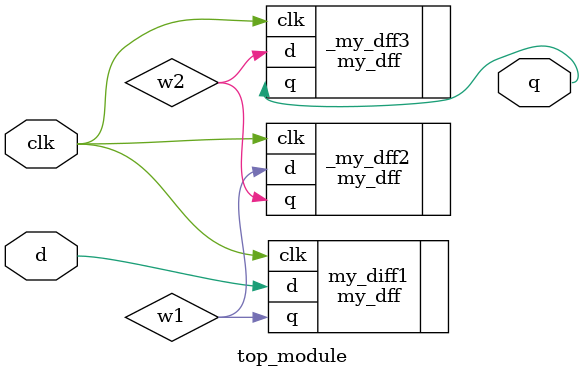
<source format=v>
module top_module ( input clk, input d, output q );

    wire w1;
    wire w2;
    
    my_dff my_diff1(
        .clk(clk),
        .d(d),
        .q(w1)
    );
    
    my_dff _my_dff2(
        .clk(clk),
        .d(w1),
        .q(w2)
    );
    
    my_dff _my_dff3(
        .clk(clk),
        .d(w2),
        .q(q)
    );
    
endmodule

</source>
